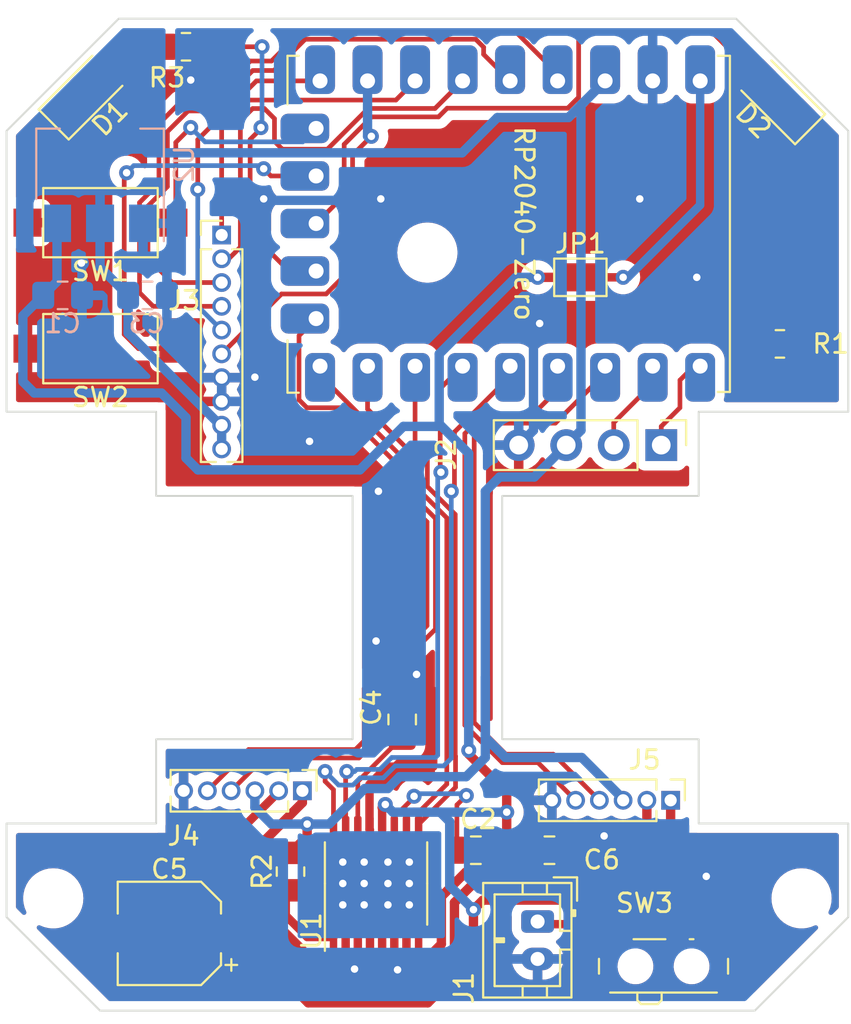
<source format=kicad_pcb>
(kicad_pcb (version 20211014) (generator pcbnew)
  (layers (0 "F.Cu" signal) (31 "B.Cu" signal) (34 "B.Paste" user) (35 "F.Paste" user) (36 "B.SilkS" user "B.Silkscreen") (37 "F.SilkS" user "F.Silkscreen") (38 "B.Mask" user) (39 "F.Mask" user) (44 "Edge.Cuts" user))
  (net 0 "")
  (net 1 "TX")
  (net 2 "RX")
  (net 3 "Net-(JP1-Pad2)")
  (net 4 "Net-(J4-Pad2)")
  (net 5 "Net-(J4-Pad1)")
  (net 6 "Net-(D2-Pad2)")
  (net 7 "Net-(D1-Pad2)")
  (net 8 "GP9")
  (net 9 "GP8")
  (net 10 "GP7")
  (net 11 "GP6")
  (net 12 "GP5")
  (net 13 "GP4")
  (net 14 "GP3")
  (net 15 "GP2")
  (net 16 "GP15")
  (net 17 "GP14")
  (net 18 "GP13")
  (net 19 "GP12")
  (net 20 "GP11")
  (net 21 "GP10")
  (net 22 "GND")
  (net 23 "A3")
  (net 24 "A2")
  (net 25 "A1")
  (net 26 "A0")
  (net 27 "+BATT")
  (net 28 "+3V3")
  (net 29 "Net-(J5-Pad1)")
  (net 30 "Net-(C2-Pad2)")
  (net 31 "Net-(C4-Pad2)")
  (net 32 "Net-(R2-Pad2)")
  (net 35 "Net-(U1-Pad7)")
  (net 36 "Net-(J1-Pad1)")
  (net 37 "HeatsinkVias")
  (footprint "Button_Switch_SMD:SW_SPST_CK_RS282G05A3" (layer "F.Cu") (at 112.522 88.9 180)
    (fp_text reference "SW1")
    (fp_text value "SW_Push")
  )
  (footprint "LED_SMD:LED_1206_3216Metric_Pad1.42x1.75mm_HandSolder" (layer "F.Cu") (at 148.717 82.169 135)
    (fp_text reference "D2")
    (fp_text value "LED")
  )
  (footprint "Connector_PinHeader_1.27mm:PinHeader_1x10_P1.27mm_Vertical" (layer "F.Cu") (at 119 89.56)
    (fp_text reference "J3")
    (fp_text value "Sensors")
  )
  (footprint "Capacitor_SMD:C_0805_2012Metric_Pad1.18x1.45mm_HandSolder" (layer "F.Cu") (at 136.525 122.428)
    (fp_text reference "C6")
    (fp_text value "100nF")
  )
  (footprint "Resistor_SMD:R_0805_2012Metric_Pad1.20x1.40mm_HandSolder" (layer "F.Cu") (at 122.682 123.571 -90)
    (fp_text reference "R2")
    (fp_text value "20k")
  )
  (footprint "MountingHole:MountingHole_2.2mm_M2" (layer "F.Cu") (at 130 90.5)
    (fp_text reference "REFH1" hide)
    (fp_text value "MountingHole_2.2mm_M2" hide)
  )
  (footprint "Button_Switch_SMD:SW_SPST_CK_RS282G05A3" (layer "F.Cu") (at 112.522 95.631 180)
    (fp_text reference "SW2")
    (fp_text value "SW_Push")
  )
  (footprint "MountingHole:MountingHole_2.2mm_M2" (layer "F.Cu") (at 150 125)
    (fp_text reference "REFH3" hide)
    (fp_text value "MountingHole_2.2mm_M2" hide)
  )
  (footprint "Connector_PinHeader_2.54mm:PinHeader_1x04_P2.54mm_Vertical" (layer "F.Cu") (at 142.5 100.785 -90)
    (fp_text reference "J2")
    (fp_text value "Serial")
  )
  (footprint "RP2040-Zero-Kicad:RP2040-Zero" (layer "F.Cu") (at 121.72 78.785 -90)
    (fp_text reference "RZ1")
    (fp_text value "RP2040-Zero")
  )
  (footprint "Package_SO:TSSOP-16_4.4x5mm_P0.65mm" (layer "F.Cu") (at 127.254 124.206 90)
    (fp_text reference "U1")
    (fp_text value "DRV8833PW")
  )
  (footprint "Connector_PinHeader_1.27mm:PinHeader_1x06_P1.27mm_Vertical" (layer "F.Cu") (at 123.317 119.253 -90)
    (fp_text reference "J4")
    (fp_text value "MotorA")
  )
  (footprint "Capacitor_SMD:C_0805_2012Metric_Pad1.18x1.45mm_HandSolder" (layer "F.Cu") (at 128.651 115.443 -90)
    (fp_text reference "C4")
    (fp_text value "2.2uF")
  )
  (footprint "Connector_PinHeader_1.27mm:PinHeader_1x06_P1.27mm_Vertical" (layer "F.Cu") (at 143.002 119.761 -90)
    (fp_text reference "J5")
    (fp_text value "MotorB")
  )
  (footprint "Capacitor_SMD:C_0805_2012Metric_Pad1.18x1.45mm_HandSolder" (layer "F.Cu") (at 132.588 122.428 180)
    (fp_text reference "C2")
    (fp_text value "10nF")
  )
  (footprint "Capacitor_SMD:CP_Elec_5x3.9" (layer "F.Cu") (at 116.205 126.873 180)
    (fp_text reference "C5")
    (fp_text value "22uF")
  )
  (footprint "Jumper:SolderJumper-2_P1.3mm_Open_Pad1.0x1.5mm" (layer "F.Cu") (at 138.176 91.821)
    (fp_text reference "JP1")
    (fp_text value "Bat-Direct")
  )
  (footprint "Resistor_SMD:R_0805_2012Metric_Pad1.20x1.40mm_HandSolder" (layer "F.Cu") (at 148.844 95.377)
    (fp_text reference "R1")
    (fp_text value "220R")
  )
  (footprint "Connector_JST:JST_PH_B2B-PH-K_1x02_P2.00mm_Vertical" (layer "F.Cu") (at 135.89 126.238 -90)
    (fp_text reference "J1")
    (fp_text value "Power")
  )
  (footprint "Resistor_SMD:R_0805_2012Metric_Pad1.20x1.40mm_HandSolder" (layer "F.Cu") (at 117.094 79.502 180)
    (fp_text reference "R3")
    (fp_text value "220R")
  )
  (footprint "Button_Switch_SMD:SW_SPDT_PCM12" (layer "F.Cu") (at 142.621 128.303)
    (fp_text reference "SW3")
    (fp_text value "ON-OFF")
  )
  (footprint "LED_SMD:LED_1206_3216Metric_Pad1.42x1.75mm_HandSolder" (layer "F.Cu") (at 111.76 81.915 45)
    (fp_text reference "D1")
    (fp_text value "LED")
  )
  (footprint "Capacitor_SMD:C_0805_2012Metric_Pad1.18x1.45mm_HandSolder" (layer "B.Cu") (at 115.0375 92.785)
    (fp_text reference "C3")
    (fp_text value "4.7uF")
  )
  (footprint "Package_TO_SOT_SMD:SOT-223-3_TabPin2" (layer "B.Cu") (at 112.5 85.785 90)
    (fp_text reference "U2")
    (fp_text value "AP1117-33")
  )
  (footprint "Capacitor_SMD:C_0805_2012Metric_Pad1.18x1.45mm_HandSolder" (layer "B.Cu") (at 110.5 92.785)
    (fp_text reference "C1")
    (fp_text value "4.7uF")
  )
  (footprint "MountingHole:MountingHole_2.2mm_M2" (layer "B.Cu") (at 110 125 180)
    (fp_text reference "REFH2" hide)
    (fp_text value "MountingHole_2.2mm_M2" hide)
  )
  (gr_poly locked (pts (xy 144.5 121) (xy 144.5 116.5) (xy 134 116.5) (xy 134 103.5) (xy 144.5 103.5) (xy 144.5 99) (xy 152.5 99) (xy 152.5 84) (xy 146.5 78) (xy 113.5 78) (xy 107.5 84) (xy 107.5 99) (xy 115.5 99) (xy 115.5 103.5) (xy 126 103.5) (xy 126 116.5) (xy 115.5 116.5) (xy 115.5 121) (xy 107.5 121) (xy 107.5 126) (xy 112.5 131) (xy 147.5 131) (xy 152.5 126) (xy 152.5 121)) (layer "Edge.Cuts") (width 0.1) (fill none))
  (segment (start 143.5 98.785) (end 142.5 99.785) (width 0.25) (layer "F.Cu") (net 1))
  (segment (start 144.249626 96.565) (end 143.5 97.314626) (width 0.25) (layer "F.Cu") (net 1))
  (segment (start 144.58 96.565) (end 144.249626 96.565) (width 0.25) (layer "F.Cu") (net 1))
  (segment (start 143.5 97.314626) (end 143.5 98.785) (width 0.25) (layer "F.Cu") (net 1))
  (segment (start 142.5 99.785) (end 142.5 100.785) (width 0.25) (layer "F.Cu") (net 1))
  (segment (start 142.04 97.505) (end 139.96 99.585) (width 0.25) (layer "F.Cu") (net 2))
  (segment (start 139.96 99.585) (end 139.96 100.785) (width 0.25) (layer "F.Cu") (net 2))
  (segment (start 142.04 96.565) (end 142.04 97.505) (width 0.25) (layer "F.Cu") (net 2))
  (segment (start 140.462 91.821) (end 138.826 91.821) (width 0.45) (layer "F.Cu") (net 3))
  (via (at 140.462 91.821) (size 0.8) (drill 0.4) (layers "F.Cu" "B.Cu") (net 3))
  (segment (start 140.716 91.821) (end 144.58 87.957) (width 0.45) (layer "B.Cu") (net 3))
  (segment (start 140.462 91.821) (end 140.716 91.821) (width 0.45) (layer "B.Cu") (net 3))
  (segment (start 144.58 87.957) (end 144.58 81.325) (width 0.45) (layer "B.Cu") (net 3))
  (segment (start 126.929 127.0685) (end 126.929 129.276747) (width 0.45) (layer "F.Cu") (net 4))
  (segment (start 124.455422 129.855016) (end 120.356 125.755594) (width 0.45) (layer "F.Cu") (net 4))
  (segment (start 120.356 121.002001) (end 122.047 119.311001) (width 0.45) (layer "F.Cu") (net 4))
  (segment (start 122.047 119.311001) (end 122.047 119.253) (width 0.45) (layer "F.Cu") (net 4))
  (segment (start 120.356 125.755594) (end 120.356 121.002001) (width 0.45) (layer "F.Cu") (net 4))
  (segment (start 126.929 129.276747) (end 126.350731 129.855016) (width 0.45) (layer "F.Cu") (net 4))
  (segment (start 126.350731 129.855016) (end 124.455422 129.855016) (width 0.45) (layer "F.Cu") (net 4))
  (segment (start 125.629 127.898462) (end 125.629 127.0685) (width 0.45) (layer "F.Cu") (net 5))
  (segment (start 124.714 128.397) (end 125.130462 128.397) (width 0.45) (layer "F.Cu") (net 5))
  (segment (start 121.031 122.174) (end 123.317 119.888) (width 0.5) (layer "F.Cu") (net 5))
  (segment (start 121.031 125.476) (end 121.031 122.174) (width 0.5) (layer "F.Cu") (net 5))
  (segment (start 123.952 128.397) (end 121.031 125.476) (width 0.5) (layer "F.Cu") (net 5))
  (segment (start 124.714 128.397) (end 123.952 128.397) (width 0.5) (layer "F.Cu") (net 5))
  (segment (start 125.130462 128.397) (end 125.629 127.898462) (width 0.45) (layer "F.Cu") (net 5))
  (segment (start 123.317 119.888) (end 123.317 119.253) (width 0.5) (layer "F.Cu") (net 5))
  (segment (start 149.768821 95.301821) (end 149.768821 87.411821) (width 0.25) (layer "F.Cu") (net 6))
  (segment (start 149.844 95.377) (end 149.768821 95.301821) (width 0.25) (layer "F.Cu") (net 6))
  (segment (start 147.665179 85.308179) (end 147.665179 81.117179) (width 0.25) (layer "F.Cu") (net 6))
  (segment (start 149.768821 87.411821) (end 147.665179 85.308179) (width 0.25) (layer "F.Cu") (net 6))
  (segment (start 112.811821 80.863179) (end 114.173 79.502) (width 0.25) (layer "F.Cu") (net 7))
  (segment (start 114.173 79.502) (end 116.094 79.502) (width 0.25) (layer "F.Cu") (net 7))
  (segment (start 129.979 110.432) (end 129.979 104.888993) (width 0.25) (layer "F.Cu") (net 8))
  (segment (start 128.6455 103.555493) (end 128.6455 102.066218) (width 0.25) (layer "F.Cu") (net 8))
  (segment (start 123.559824 98.78952) (end 123.13538 98.365076) (width 0.25) (layer "F.Cu") (net 8))
  (segment (start 123.13538 94.93962) (end 124.05 94.025) (width 0.25) (layer "F.Cu") (net 8))
  (segment (start 126.619 113.792) (end 129.979 110.432) (width 0.25) (layer "F.Cu") (net 8))
  (segment (start 120.44 117.05) (end 126.153604 117.05) (width 0.25) (layer "F.Cu") (net 8))
  (segment (start 126.153604 117.05) (end 126.619 116.584604) (width 0.25) (layer "F.Cu") (net 8))
  (segment (start 129.979 104.888993) (end 128.6455 103.555493) (width 0.25) (layer "F.Cu") (net 8))
  (segment (start 125.368802 98.78952) (end 123.559824 98.78952) (width 0.25) (layer "F.Cu") (net 8))
  (segment (start 128.6455 102.066218) (end 125.368802 98.78952) (width 0.25) (layer "F.Cu") (net 8))
  (segment (start 123.13538 98.365076) (end 123.13538 94.93962) (width 0.25) (layer "F.Cu") (net 8))
  (segment (start 118.237 119.253) (end 120.44 117.05) (width 0.25) (layer "F.Cu") (net 8))
  (segment (start 126.619 116.584604) (end 126.619 113.792) (width 0.25) (layer "F.Cu") (net 8))
  (segment (start 127.127 113.920396) (end 127.127 116.713) (width 0.25) (layer "F.Cu") (net 9))
  (segment (start 130.429 110.618396) (end 127.127 113.920396) (width 0.25) (layer "F.Cu") (net 9))
  (segment (start 129.0955 101.879822) (end 129.0955 103.369097) (width 0.25) (layer "F.Cu") (net 9))
  (segment (start 126.34 117.5) (end 121.26 117.5) (width 0.25) (layer "F.Cu") (net 9))
  (segment (start 128.831896 101.616218) (end 129.0955 101.879822) (width 0.25) (layer "F.Cu") (net 9))
  (segment (start 124.26 96.565) (end 124.26 97.045) (width 0.25) (layer "F.Cu") (net 9))
  (segment (start 128.831218 101.616218) (end 128.831896 101.616218) (width 0.25) (layer "F.Cu") (net 9))
  (segment (start 124.26 97.045) (end 128.831218 101.616218) (width 0.25) (layer "F.Cu") (net 9))
  (segment (start 130.429 104.702597) (end 130.429 110.618396) (width 0.25) (layer "F.Cu") (net 9))
  (segment (start 129.0955 103.369097) (end 130.429 104.702597) (width 0.25) (layer "F.Cu") (net 9))
  (segment (start 127.127 116.713) (end 126.34 117.5) (width 0.25) (layer "F.Cu") (net 9))
  (segment (start 121.26 117.5) (end 119.507 119.253) (width 0.25) (layer "F.Cu") (net 9))
  (segment (start 131.036299 118.898305) (end 129.653604 120.281) (width 0.25) (layer "F.Cu") (net 10))
  (segment (start 129.5455 101.6055) (end 129.5455 103.182701) (width 0.25) (layer "F.Cu") (net 10))
  (segment (start 129.653604 120.281) (end 129.252959 120.281) (width 0.25) (layer "F.Cu") (net 10))
  (segment (start 129.252959 120.281) (end 128.879 120.654959) (width 0.25) (layer "F.Cu") (net 10))
  (segment (start 126.8 96.565) (end 126.8 98.86) (width 0.25) (layer "F.Cu") (net 10))
  (segment (start 126.8 98.86) (end 129.5455 101.6055) (width 0.25) (layer "F.Cu") (net 10))
  (segment (start 128.879 120.654959) (end 128.879 121.3435) (width 0.25) (layer "F.Cu") (net 10))
  (segment (start 129.5455 103.182701) (end 131.036299 104.6735) (width 0.25) (layer "F.Cu") (net 10))
  (segment (start 131.036299 104.6735) (end 131.036299 118.898305) (width 0.25) (layer "F.Cu") (net 10))
  (segment (start 131.486299 117.3893) (end 131.502781 117.405782) (width 0.25) (layer "F.Cu") (net 11))
  (segment (start 131.502781 117.405782) (end 131.502781 119.068219) (width 0.25) (layer "F.Cu") (net 11))
  (segment (start 129.529 121.042) (end 129.529 121.3435) (width 0.25) (layer "F.Cu") (net 11))
  (segment (start 131.502781 119.068219) (end 129.529 121.042) (width 0.25) (layer "F.Cu") (net 11))
  (segment (start 129.34 100.763604) (end 129.9955 101.419104) (width 0.25) (layer "F.Cu") (net 11))
  (segment (start 131.486299 104.487104) (end 131.486299 117.3893) (width 0.25) (layer "F.Cu") (net 11))
  (segment (start 129.34 96.565) (end 129.34 100.763604) (width 0.25) (layer "F.Cu") (net 11))
  (segment (start 129.9955 102.996305) (end 131.486299 104.487104) (width 0.25) (layer "F.Cu") (net 11))
  (segment (start 129.9955 101.419104) (end 129.9955 102.996305) (width 0.25) (layer "F.Cu") (net 11))
  (segment (start 130.683 97.762) (end 131.88 96.565) (width 0.25) (layer "F.Cu") (net 12))
  (segment (start 130.7205 102.235) (end 130.683 102.1975) (width 0.25) (layer "F.Cu") (net 12))
  (segment (start 130.683 102.1975) (end 130.683 97.762) (width 0.25) (layer "F.Cu") (net 12))
  (segment (start 125.689397 118.225) (end 125.629 118.285397) (width 0.25) (layer "F.Cu") (net 12))
  (segment (start 125.629 118.285397) (end 125.629 121.3435) (width 0.25) (layer "F.Cu") (net 12))
  (via (at 130.7205 102.235) (size 0.8) (drill 0.4) (layers "F.Cu" "B.Cu") (net 12))
  (via (at 125.689397 118.225) (size 0.8) (drill 0.4) (layers "F.Cu" "B.Cu") (net 12))
  (segment (start 125.689397 118.225) (end 126.105287 118.225) (width 0.25) (layer "B.Cu") (net 12))
  (segment (start 130.429 117.475) (end 130.5505 117.3535) (width 0.25) (layer "B.Cu") (net 12))
  (segment (start 126.219207 118.11108) (end 127.454352 118.11108) (width 0.25) (layer "B.Cu") (net 12))
  (segment (start 130.5505 102.405) (end 130.7205 102.235) (width 0.25) (layer "B.Cu") (net 12))
  (segment (start 126.105287 118.225) (end 126.219207 118.11108) (width 0.25) (layer "B.Cu") (net 12))
  (segment (start 128.090432 117.475) (end 130.429 117.475) (width 0.25) (layer "B.Cu") (net 12))
  (segment (start 127.454352 118.11108) (end 128.090432 117.475) (width 0.25) (layer "B.Cu") (net 12))
  (segment (start 130.5505 117.3535) (end 130.5505 102.405) (width 0.25) (layer "B.Cu") (net 12))
  (segment (start 131.4455 103.081) (end 131.4455 100.087056) (width 0.25) (layer "F.Cu") (net 13))
  (segment (start 124.530414 118.747587) (end 124.979 119.196173) (width 0.25) (layer "F.Cu") (net 13))
  (segment (start 131.4455 100.087056) (end 134.42 97.112556) (width 0.25) (layer "F.Cu") (net 13))
  (segment (start 124.979 119.196173) (end 124.979 121.3435) (width 0.25) (layer "F.Cu") (net 13))
  (segment (start 134.42 97.112556) (end 134.42 96.565) (width 0.25) (layer "F.Cu") (net 13))
  (segment (start 124.530414 118.2245) (end 124.530414 118.747587) (width 0.25) (layer "F.Cu") (net 13))
  (segment (start 131.2755 103.251) (end 131.4455 103.081) (width 0.25) (layer "F.Cu") (net 13))
  (via (at 124.530414 118.2245) (size 0.8) (drill 0.4) (layers "F.Cu" "B.Cu") (net 13))
  (via (at 131.2755 103.251) (size 0.8) (drill 0.4) (layers "F.Cu" "B.Cu") (net 13))
  (segment (start 124.530414 118.2245) (end 125.255414 118.9495) (width 0.25) (layer "B.Cu") (net 13))
  (segment (start 131.2755 117.5175) (end 131.2755 103.251) (width 0.25) (layer "B.Cu") (net 13))
  (segment (start 128.276828 117.925) (end 130.868 117.925) (width 0.25) (layer "B.Cu") (net 13))
  (segment (start 127.640748 118.56108) (end 128.276828 117.925) (width 0.25) (layer "B.Cu") (net 13))
  (segment (start 130.868 117.925) (end 131.2755 117.5175) (width 0.25) (layer "B.Cu") (net 13))
  (segment (start 126.405603 118.56108) (end 127.640748 118.56108) (width 0.25) (layer "B.Cu") (net 13))
  (segment (start 126.017183 118.9495) (end 126.405603 118.56108) (width 0.25) (layer "B.Cu") (net 13))
  (segment (start 125.255414 118.9495) (end 126.017183 118.9495) (width 0.25) (layer "B.Cu") (net 13))
  (segment (start 132 115.745396) (end 134.004604 117.75) (width 0.25) (layer "F.Cu") (net 14))
  (segment (start 134.004604 117.75) (end 135.911 117.75) (width 0.25) (layer "F.Cu") (net 14))
  (segment (start 135.624031 99.160969) (end 133.007303 99.160969) (width 0.25) (layer "F.Cu") (net 14))
  (segment (start 132 100.168272) (end 132 115.745396) (width 0.25) (layer "F.Cu") (net 14))
  (segment (start 133.007303 99.160969) (end 132 100.168272) (width 0.25) (layer "F.Cu") (net 14))
  (segment (start 136.96 96.565) (end 136.96 97.825) (width 0.25) (layer "F.Cu") (net 14))
  (segment (start 135.911 117.75) (end 137.922 119.761) (width 0.25) (layer "F.Cu") (net 14))
  (segment (start 136.96 97.825) (end 135.624031 99.160969) (width 0.25) (layer "F.Cu") (net 14))
  (segment (start 132.5 114.999999) (end 132.5 115.609) (width 0.25) (layer "F.Cu") (net 15))
  (segment (start 139.5 96.949626) (end 139.5 96.565) (width 0.25) (layer "F.Cu") (net 15))
  (segment (start 132.5 100.30399) (end 133.193501 99.610489) (width 0.25) (layer "F.Cu") (net 15))
  (segment (start 136.839137 99.610489) (end 139.5 96.949626) (width 0.25) (layer "F.Cu") (net 15))
  (segment (start 132.5 115) (end 132.5 100.30399) (width 0.25) (layer "F.Cu") (net 15))
  (segment (start 133.193501 99.610489) (end 136.839137 99.610489) (width 0.25) (layer "F.Cu") (net 15))
  (segment (start 132.5 115.609) (end 134.191 117.3) (width 0.25) (layer "F.Cu") (net 15))
  (segment (start 134.191 117.3) (end 136.731 117.3) (width 0.25) (layer "F.Cu") (net 15))
  (segment (start 136.731 117.3) (end 139.192 119.761) (width 0.25) (layer "F.Cu") (net 15))
  (segment (start 126 85.291034) (end 126 91.297) (width 0.25) (layer "F.Cu") (net 16))
  (segment (start 124.587 92.71) (end 122.2 92.71) (width 0.25) (layer "F.Cu") (net 16))
  (segment (start 126 91.297) (end 124.587 92.71) (width 0.25) (layer "F.Cu") (net 16))
  (segment (start 127.003017 84.288017) (end 126 85.291034) (width 0.25) (layer "F.Cu") (net 16))
  (segment (start 122.2 92.71) (end 119 95.91) (width 0.25) (layer "F.Cu") (net 16))
  (via (at 127.003017 84.288017) (size 0.8) (drill 0.4) (layers "F.Cu" "B.Cu") (net 16))
  (segment (start 127 84.285) (end 127.003017 84.288017) (width 0.5) (layer "B.Cu") (net 16))
  (segment (start 126.8 84.285) (end 127 84.285) (width 0.5) (layer "B.Cu") (net 16))
  (segment (start 126.8 81.325) (end 126.8 84.285) (width 0.5) (layer "B.Cu") (net 16))
  (segment (start 120.861792 81.325) (end 124.26 81.325) (width 0.25) (layer "F.Cu") (net 17))
  (segment (start 117.7245 84.462292) (end 120.861792 81.325) (width 0.25) (layer "F.Cu") (net 17))
  (segment (start 117.7245 87.122) (end 117.7245 84.462292) (width 0.25) (layer "F.Cu") (net 17))
  (via (at 117.7245 87.122) (size 0.8) (drill 0.4) (layers "F.Cu" "B.Cu") (net 17))
  (segment (start 117.7245 93.3645) (end 119 94.64) (width 0.25) (layer "B.Cu") (net 17))
  (segment (start 117.7245 87.122) (end 117.7245 93.3645) (width 0.25) (layer "B.Cu") (net 17))
  (segment (start 117.345097 83.817097) (end 116.549 84.613194) (width 0.25) (layer "F.Cu") (net 18))
  (segment (start 116.549 88.773) (end 116.422 88.9) (width 0.25) (layer "F.Cu") (net 18))
  (segment (start 116.549 84.613194) (end 116.549 88.773) (width 0.25) (layer "F.Cu") (net 18))
  (via (at 117.345097 83.817097) (size 0.8) (drill 0.4) (layers "F.Cu" "B.Cu") (net 18))
  (segment (start 118.11 84.582) (end 123.333 84.582) (width 0.25) (layer "B.Cu") (net 18))
  (segment (start 117.345097 83.817097) (end 118.11 84.582) (width 0.25) (layer "B.Cu") (net 18))
  (segment (start 123.333 84.582) (end 124.05 83.865) (width 0.25) (layer "B.Cu") (net 18))
  (segment (start 121.63492 86.405) (end 124.05 86.405) (width 0.25) (layer "F.Cu") (net 19))
  (segment (start 113.792 86.36) (end 113.792 94.869) (width 0.25) (layer "F.Cu") (net 19))
  (segment (start 114.554 95.631) (end 116.422 95.631) (width 0.25) (layer "F.Cu") (net 19))
  (segment (start 113.919 86.233) (end 113.792 86.36) (width 0.25) (layer "F.Cu") (net 19))
  (segment (start 113.792 94.869) (end 114.554 95.631) (width 0.25) (layer "F.Cu") (net 19))
  (segment (start 121.2475 86.01758) (end 121.63492 86.405) (width 0.25) (layer "F.Cu") (net 19))
  (via (at 113.919 86.233) (size 0.8) (drill 0.4) (layers "F.Cu" "B.Cu") (net 19))
  (via (at 121.2475 86.01758) (size 0.8) (drill 0.4) (layers "F.Cu" "B.Cu") (net 19))
  (segment (start 114.3 85.852) (end 121.08192 85.852) (width 0.25) (layer "B.Cu") (net 19))
  (segment (start 121.08192 85.852) (end 121.2475 86.01758) (width 0.25) (layer "B.Cu") (net 19))
  (segment (start 113.919 86.233) (end 114.3 85.852) (width 0.25) (layer "B.Cu") (net 19))
  (segment (start 137.5 82.785) (end 131.055717 82.785) (width 0.25) (layer "F.Cu") (net 20))
  (segment (start 146.05 79.55) (end 145.285 78.785) (width 0.25) (layer "F.Cu") (net 20))
  (segment (start 130.592157 83.24856) (end 127.017874 83.24856) (width 0.25) (layer "F.Cu") (net 20))
  (segment (start 147.066 82.296) (end 146.05 81.28) (width 0.25) (layer "F.Cu") (net 20))
  (segment (start 149.225 87.504396) (end 147.066 85.345396) (width 0.25) (layer "F.Cu") (net 20))
  (segment (start 146.05 81.28) (end 146.05 79.55) (width 0.25) (layer "F.Cu") (net 20))
  (segment (start 145.285 78.785) (end 138.5 78.785) (width 0.25) (layer "F.Cu") (net 20))
  (segment (start 138.08462 79.20038) (end 138.08462 82.20038) (width 0.25) (layer "F.Cu") (net 20))
  (segment (start 125.55 84.716434) (end 125.55 87.445) (width 0.25) (layer "F.Cu") (net 20))
  (segment (start 149.225 93.996) (end 149.225 87.504396) (width 0.25) (layer "F.Cu") (net 20))
  (segment (start 138.5 78.785) (end 138.08462 79.20038) (width 0.25) (layer "F.Cu") (net 20))
  (segment (start 147.844 95.377) (end 149.225 93.996) (width 0.25) (layer "F.Cu") (net 20))
  (segment (start 131.055717 82.785) (end 130.592157 83.24856) (width 0.25) (layer "F.Cu") (net 20))
  (segment (start 138.08462 82.20038) (end 137.5 82.785) (width 0.25) (layer "F.Cu") (net 20))
  (segment (start 127.017874 83.24856) (end 125.55 84.716434) (width 0.25) (layer "F.Cu") (net 20))
  (segment (start 147.066 85.345396) (end 147.066 82.296) (width 0.25) (layer "F.Cu") (net 20))
  (segment (start 125.55 87.445) (end 124.05 88.945) (width 0.25) (layer "F.Cu") (net 20))
  (segment (start 122.8 91.485) (end 124.05 91.485) (width 0.25) (layer "F.Cu") (net 21))
  (segment (start 120.523 84.455) (end 120.523 89.408) (width 0.25) (layer "F.Cu") (net 21))
  (segment (start 121.1005 83.82) (end 121.1005 83.8775) (width 0.25) (layer "F.Cu") (net 21))
  (segment (start 120.523 89.408) (end 122.6 91.485) (width 0.25) (layer "F.Cu") (net 21))
  (segment (start 122.6 91.485) (end 124.05 91.485) (width 0.25) (layer "F.Cu") (net 21))
  (segment (start 121.1005 83.8775) (end 120.523 84.455) (width 0.25) (layer "F.Cu") (net 21))
  (segment (start 121.158 79.502) (end 118.094 79.502) (width 0.25) (layer "F.Cu") (net 21))
  (via (at 121.1005 83.82) (size 0.8) (drill 0.4) (layers "F.Cu" "B.Cu") (net 21))
  (via (at 121.158 79.502) (size 0.8) (drill 0.4) (layers "F.Cu" "B.Cu") (net 21))
  (segment (start 121.158 83.7625) (end 121.158 79.502) (width 0.25) (layer "B.Cu") (net 21))
  (segment (start 121.1005 83.82) (end 121.158 83.7625) (width 0.25) (layer "B.Cu") (net 21))
  (segment (start 128.4035 128.8175) (end 128.229 128.643) (width 0.45) (layer "F.Cu") (net 22))
  (segment (start 126.904 118.911211) (end 126.904 121.3185) (width 0.45) (layer "F.Cu") (net 22))
  (segment (start 114.005 126.406) (end 114.005 126.873) (width 0.5) (layer "F.Cu") (net 22))
  (segment (start 128.229 128.643) (end 128.229 127.0685) (width 0.45) (layer "F.Cu") (net 22))
  (segment (start 126.279 128.6035) (end 126.279 127.0685) (width 0.45) (layer "F.Cu") (net 22))
  (segment (start 114.3 126.111) (end 114.005 126.406) (width 0.5) (layer "F.Cu") (net 22))
  (segment (start 126.1045 128.778) (end 126.279 128.6035) (width 0.45) (layer "F.Cu") (net 22))
  (segment (start 126.904 121.3185) (end 126.929 121.3435) (width 0.45) (layer "F.Cu") (net 22))
  (segment (start 129.417997 113.034997) (end 130.309 113.926) (width 0.45) (layer "F.Cu") (net 22))
  (segment (start 130.309 113.926) (end 130.309 117.9635) (width 0.45) (layer "F.Cu") (net 22))
  (segment (start 130.309 117.9635) (end 127.851711 117.9635) (width 0.45) (layer "F.Cu") (net 22))
  (segment (start 127.851711 117.9635) (end 126.904 118.911211) (width 0.45) (layer "F.Cu") (net 22))
  (via (at 120.777 97.155) (size 0.8) (drill 0.4) (layers "F.Cu" "B.Cu") (net 22))
  (via (at 121.2475 87.63) (size 0.8) (drill 0.4) (layers "F.Cu" "B.Cu") (net 22))
  (via (at 111.506 91.059) (size 0.8) (drill 0.4) (layers "F.Cu" "B.Cu") (net 22))
  (via (at 139.446 121.666) (size 0.8) (drill 0.4) (layers "F.Cu" "B.Cu") (net 22))
  (via (at 127.508 87.63) (size 0.8) (drill 0.4) (layers "F.Cu" "B.Cu") (net 22))
  (via (at 117.348 81.28) (size 0.8) (drill 0.4) (layers "F.Cu" "B.Cu") (net 22))
  (via (at 136 94.285) (size 0.8) (drill 0.4) (layers "F.Cu" "B.Cu") (net 22))
  (via (at 128.4035 128.8175) (size 0.8) (drill 0.4) (layers "F.Cu" "B.Cu") (net 22))
  (via (at 126.1045 128.778) (size 0.8) (drill 0.4) (layers "F.Cu" "B.Cu") (net 22))
  (via (at 127.381 103.251) (size 0.8) (drill 0.4) (layers "F.Cu" "B.Cu") (net 22))
  (via (at 129.417997 113.034997) (size 0.8) (drill 0.4) (layers "F.Cu" "B.Cu") (net 22))
  (via (at 127.254 111.252) (size 0.8) (drill 0.4) (layers "F.Cu" "B.Cu") (net 22))
  (via (at 123.698 100.584) (size 0.8) (drill 0.4) (layers "F.Cu" "B.Cu") (net 22))
  (via (at 141.351 87.63) (size 0.8) (drill 0.4) (layers "F.Cu" "B.Cu") (net 22))
  (via (at 144.907 123.825) (size 0.8) (drill 0.4) (layers "F.Cu" "B.Cu") (net 22))
  (via (at 144.399 91.821) (size 0.8) (drill 0.4) (layers "F.Cu" "B.Cu") (net 22))
  (segment (start 135.66952 99.99548) (end 134.88 100.785) (width 0.5) (layer "B.Cu") (net 22))
  (segment (start 126.144 128.8175) (end 128.4035 128.8175) (width 0.45) (layer "B.Cu") (net 22))
  (segment (start 126.1045 128.778) (end 126.144 128.8175) (width 0.45) (layer "B.Cu") (net 22))
  (segment (start 136 94.285) (end 135.66952 94.61548) (width 0.5) (layer "B.Cu") (net 22))
  (segment (start 127.508 87.63) (end 127.42992 87.70808) (width 0.5) (layer "B.Cu") (net 22))
  (segment (start 135.66952 94.61548) (end 135.66952 99.99548) (width 0.5) (layer "B.Cu") (net 22))
  (segment (start 127.42992 87.70808) (end 121.32558 87.70808) (width 0.5) (layer "B.Cu") (net 22))
  (segment (start 121.32558 87.70808) (end 121.2475 87.63) (width 0.5) (layer "B.Cu") (net 22))
  (segment (start 115.649 83.614) (end 115.649 86.787604) (width 0.25) (layer "F.Cu") (net 23))
  (segment (start 136.96 81.325) (end 136.96 80.940304) (width 0.25) (layer "F.Cu") (net 23))
  (segment (start 120.532305 80.264) (end 118.315305 82.481) (width 0.25) (layer "F.Cu") (net 23))
  (segment (start 136.96 80.940304) (end 134.670176 78.65048) (width 0.25) (layer "F.Cu") (net 23))
  (segment (start 114.612 87.824604) (end 114.612 92.641) (width 0.25) (layer "F.Cu") (net 23))
  (segment (start 114.612 92.641) (end 115.341 93.37) (width 0.25) (layer "F.Cu") (net 23))
  (segment (start 134.670176 78.65048) (end 123.278124 78.65048) (width 0.25) (layer "F.Cu") (net 23))
  (segment (start 116.782 82.481) (end 115.649 83.614) (width 0.25) (layer "F.Cu") (net 23))
  (segment (start 115.341 93.37) (end 119 93.37) (width 0.25) (layer "F.Cu") (net 23))
  (segment (start 121.664604 80.264) (end 120.532305 80.264) (width 0.25) (layer "F.Cu") (net 23))
  (segment (start 123.278124 78.65048) (end 121.664604 80.264) (width 0.25) (layer "F.Cu") (net 23))
  (segment (start 118.315305 82.481) (end 116.782 82.481) (width 0.25) (layer "F.Cu") (net 23))
  (segment (start 115.649 86.787604) (end 114.612 87.824604) (width 0.25) (layer "F.Cu") (net 23))
  (segment (start 120.660701 80.772) (end 118.501701 82.931) (width 0.25) (layer "F.Cu") (net 24))
  (segment (start 116.099 84.037889) (end 116.099 86.974) (width 0.25) (layer "F.Cu") (net 24))
  (segment (start 133.00462 79.524924) (end 132.580176 79.10048) (width 0.25) (layer "F.Cu") (net 24))
  (segment (start 117.205889 82.931) (end 116.099 84.037889) (width 0.25) (layer "F.Cu") (net 24))
  (segment (start 133.00462 79.90962) (end 133.00462 79.524924) (width 0.25) (layer "F.Cu") (net 24))
  (segment (start 115.062 90.805) (end 116.357 92.1) (width 0.25) (layer "F.Cu") (net 24))
  (segment (start 132.580176 79.10048) (end 123.46452 79.10048) (width 0.25) (layer "F.Cu") (net 24))
  (segment (start 121.793 80.772) (end 120.660701 80.772) (width 0.25) (layer "F.Cu") (net 24))
  (segment (start 118.501701 82.931) (end 117.205889 82.931) (width 0.25) (layer "F.Cu") (net 24))
  (segment (start 115.062 88.011) (end 115.062 90.805) (width 0.25) (layer "F.Cu") (net 24))
  (segment (start 134.42 81.325) (end 133.00462 79.90962) (width 0.25) (layer "F.Cu") (net 24))
  (segment (start 123.46452 79.10048) (end 121.793 80.772) (width 0.25) (layer "F.Cu") (net 24))
  (segment (start 116.357 92.1) (end 119 92.1) (width 0.25) (layer "F.Cu") (net 24))
  (segment (start 116.099 86.974) (end 115.062 88.011) (width 0.25) (layer "F.Cu") (net 24))
  (segment (start 120 90.209022) (end 119.379022 90.83) (width 0.25) (layer "F.Cu") (net 25))
  (segment (start 126.831676 82.79904) (end 124.653316 84.9774) (width 0.25) (layer "F.Cu") (net 25))
  (segment (start 130.40596 82.79904) (end 126.831676 82.79904) (width 0.25) (layer "F.Cu") (net 25))
  (segment (start 121.825 83.344) (end 121.285 82.804) (width 0.25) (layer "F.Cu") (net 25))
  (segment (start 120 83.459584) (end 120 90.209022) (width 0.25) (layer "F.Cu") (net 25))
  (segment (start 122.246005 84.9774) (end 121.825 84.556395) (width 0.25) (layer "F.Cu") (net 25))
  (segment (start 119.379022 90.83) (end 119 90.83) (width 0.25) (layer "F.Cu") (net 25))
  (segment (start 124.653316 84.9774) (end 122.246005 84.9774) (width 0.25) (layer "F.Cu") (net 25))
  (segment (start 121.285 82.804) (end 120.655584 82.804) (width 0.25) (layer "F.Cu") (net 25))
  (segment (start 121.825 84.556395) (end 121.825 83.344) (width 0.25) (layer "F.Cu") (net 25))
  (segment (start 120.655584 82.804) (end 120 83.459584) (width 0.25) (layer "F.Cu") (net 25))
  (segment (start 131.88 81.325) (end 130.40596 82.79904) (width 0.25) (layer "F.Cu") (net 25))
  (segment (start 120.473668 82.34952) (end 119 83.823188) (width 0.25) (layer "F.Cu") (net 26))
  (segment (start 119 83.823188) (end 119 89.56) (width 0.25) (layer "F.Cu") (net 26))
  (segment (start 129.34 81.325) (end 128.31548 82.34952) (width 0.25) (layer "F.Cu") (net 26))
  (segment (start 128.31548 82.34952) (end 120.473668 82.34952) (width 0.25) (layer "F.Cu") (net 26))
  (segment (start 132.969 125.095) (end 141.593 125.095) (width 0.5) (layer "F.Cu") (net 27))
  (segment (start 127.748395 119.98558) (end 127.579 120.154975) (width 0.5) (layer "F.Cu") (net 27))
  (segment (start 132.461 125.603) (end 132.461 128.143) (width 0.5) (layer "F.Cu") (net 27))
  (segment (start 132.461 128.143) (end 130.021 130.583) (width 0.5) (layer "F.Cu") (net 27))
  (segment (start 133.6255 122.428) (end 135.4875 122.428) (width 0.5) (layer "F.Cu") (net 27))
  (segment (start 134.239 119.328828) (end 132.211299 117.301127) (width 0.5) (layer "F.Cu") (net 27))
  (segment (start 119.916 126.873) (end 118.405 126.873) (width 0.5) (layer "F.Cu") (net 27))
  (segment (start 134.239 120.396) (end 134.239 121.8145) (width 0.5) (layer "F.Cu") (net 27))
  (segment (start 127.579 120.154975) (end 127.579 121.3435) (width 0.45) (layer "F.Cu") (net 27))
  (segment (start 141.593 125.095) (end 143.371 126.873) (width 0.5) (layer "F.Cu") (net 27))
  (segment (start 134.239 120.396) (end 134.239 119.328828) (width 0.5) (layer "F.Cu") (net 27))
  (segment (start 132.461 125.603) (end 132.969 125.095) (width 0.5) (layer "F.Cu") (net 27))
  (segment (start 130.021 130.583) (end 123.626 130.583) (width 0.5) (layer "F.Cu") (net 27))
  (segment (start 135.89 91.821) (end 137.526 91.821) (width 0.5) (layer "F.Cu") (net 27))
  (segment (start 132.211299 117.301127) (end 132.211299 117.089701) (width 0.5) (layer "F.Cu") (net 27))
  (segment (start 123.626 130.583) (end 119.916 126.873) (width 0.5) (layer "F.Cu") (net 27))
  (segment (start 134.239 121.8145) (end 133.6255 122.428) (width 0.5) (layer "F.Cu") (net 27))
  (via (at 134.239 120.396) (size 0.8) (drill 0.4) (layers "F.Cu" "B.Cu") (net 27))
  (via (at 132.461 125.603) (size 0.8) (drill 0.4) (layers "F.Cu" "B.Cu") (net 27))
  (via (at 127.748395 119.98558) (size 0.8) (drill 0.4) (layers "F.Cu" "B.Cu") (net 27))
  (via (at 135.89 91.821) (size 0.8) (drill 0.4) (layers "F.Cu" "B.Cu") (net 27))
  (via (at 132.211299 117.089701) (size 0.8) (drill 0.4) (layers "F.Cu" "B.Cu") (net 27))
  (segment (start 126.392 102.108) (end 117.729 102.108) (width 0.5) (layer "B.Cu") (net 27))
  (segment (start 134.722527 91.821) (end 130.63038 95.913147) (width 0.5) (layer "B.Cu") (net 27))
  (segment (start 132.211299 117.089701) (end 132.207 117.085402) (width 0.5) (layer "B.Cu") (net 27))
  (segment (start 132.207 117.085402) (end 132.207 101.23124) (width 0.5) (layer "B.Cu") (net 27))
  (segment (start 130.63038 99.65462) (end 130.5 99.785) (width 0.5) (layer "B.Cu") (net 27))
  (segment (start 130.5 99.785) (end 128.715 99.785) (width 0.5) (layer "B.Cu") (net 27))
  (segment (start 117.094 101.473) (end 117.094 99.314) (width 0.5) (layer "B.Cu") (net 27))
  (segment (start 108.375489 93.872011) (end 109.4625 92.785) (width 0.5) (layer "B.Cu") (net 27))
  (segment (start 117.094 99.314) (end 115.78 98) (width 0.5) (layer "B.Cu") (net 27))
  (segment (start 131.191 120.904) (end 130.683 120.396) (width 0.5) (layer "B.Cu") (net 27))
  (segment (start 130.63038 95.913147) (end 130.63038 99.65462) (width 0.5) (layer "B.Cu") (net 27))
  (segment (start 127.748395 119.98558) (end 128.158815 120.396) (width 0.5) (layer "B.Cu") (net 27))
  (segment (start 117.729 102.108) (end 117.094 101.473) (width 0.5) (layer "B.Cu") (net 27))
  (segment (start 132.207 101.23124) (end 130.63038 99.65462) (width 0.5) (layer "B.Cu") (net 27))
  (segment (start 108.98251 98) (end 108.375489 97.392979) (width 0.5) (layer "B.Cu") (net 27))
  (segment (start 131.191 124.333) (end 131.191 120.904) (width 0.5) (layer "B.Cu") (net 27))
  (segment (start 134.239 120.396) (end 130.683 120.396) (width 0.5) (layer "B.Cu") (net 27))
  (segment (start 110.2 88.935) (end 110.2 92.0475) (width 0.5) (layer "B.Cu") (net 27))
  (segment (start 115.78 98) (end 108.98251 98) (width 0.5) (layer "B.Cu") (net 27))
  (segment (start 132.461 125.603) (end 131.191 124.333) (width 0.5) (layer "B.Cu") (net 27))
  (segment (start 135.89 91.821) (end 134.722527 91.821) (width 0.5) (layer "B.Cu") (net 27))
  (segment (start 108.375489 97.392979) (end 108.375489 93.872011) (width 0.5) (layer "B.Cu") (net 27))
  (segment (start 128.158815 120.396) (end 130.683 120.396) (width 0.5) (layer "B.Cu") (net 27))
  (segment (start 110.2 92.0475) (end 109.4625 92.785) (width 0.5) (layer "B.Cu") (net 27))
  (segment (start 128.715 99.785) (end 126.392 102.108) (width 0.5) (layer "B.Cu") (net 27))
  (segment (start 123.571 121.031) (end 123.571 121.682) (width 0.5) (layer "F.Cu") (net 28))
  (segment (start 123.571 121.682) (end 122.682 122.571) (width 0.5) (layer "F.Cu") (net 28))
  (via (at 123.571 121.031) (size 0.8) (drill 0.4) (layers "F.Cu" "B.Cu") (net 28))
  (segment (start 139.5 81.325) (end 138.20952 82.61548) (width 0.5) (layer "B.Cu") (net 28))
  (segment (start 140.462 119.687497) (end 138.249503 117.475) (width 0.5) (layer "B.Cu") (net 28))
  (segment (start 121.666 121.031) (end 120.777 120.142) (width 0.5) (layer "B.Cu") (net 28))
  (segment (start 135.716 102.489) (end 137.42 100.785) (width 0.5) (layer "B.Cu") (net 28))
  (segment (start 128.515 118.5) (end 132.071 118.5) (width 0.5) (layer "B.Cu") (net 28))
  (segment (start 133.096 103.251) (end 133.858 102.489) (width 0.5) (layer "B.Cu") (net 28))
  (segment (start 114 94.792812) (end 114 92.785) (width 0.5) (layer "B.Cu") (net 28))
  (segment (start 119 100.99) (end 119 99.792812) (width 0.5) (layer "B.Cu") (net 28))
  (segment (start 119 99.792812) (end 114 94.792812) (width 0.5) (layer "B.Cu") (net 28))
  (segment (start 137.54 83.285) (end 133.737935 83.285) (width 0.5) (layer "B.Cu") (net 28))
  (segment (start 114 92.785) (end 112.5 91.285) (width 0.5) (layer "B.Cu") (net 28))
  (segment (start 133.096 117.475) (end 133.096 113.157) (width 0.5) (layer "B.Cu") (net 28))
  (segment (start 133.737935 83.285) (end 131.854855 85.16808) (width 0.5) (layer "B.Cu") (net 28))
  (segment (start 139.5 81.325) (end 137.54 83.285) (width 0.5) (layer "B.Cu") (net 28))
  (segment (start 133.096 116.405036) (end 133.096 103.251) (width 0.5) (layer "B.Cu") (net 28))
  (segment (start 132.071 118.5) (end 133.096 117.475) (width 0.5) (layer "B.Cu") (net 28))
  (segment (start 123.571 121.031) (end 121.666 121.031) (width 0.5) (layer "B.Cu") (net 28))
  (segment (start 123.571 121.031) (end 124.748855 121.031) (width 0.5) (layer "B.Cu") (net 28))
  (segment (start 140.462 119.761) (end 140.462 119.687497) (width 0.5) (layer "B.Cu") (net 28))
  (segment (start 120.777 120.142) (end 120.777 119.253) (width 0.5) (layer "B.Cu") (net 28))
  (segment (start 138.20952 82.61548) (end 138.20952 99.99548) (width 0.5) (layer "B.Cu") (net 28))
  (segment (start 126.643775 119.13608) (end 127.87892 119.13608) (width 0.5) (layer "B.Cu") (net 28))
  (segment (start 134.165964 117.475) (end 133.096 116.405036) (width 0.5) (layer "B.Cu") (net 28))
  (segment (start 131.854855 85.16808) (end 115.03308 85.16808) (width 0.5) (layer "B.Cu") (net 28))
  (segment (start 133.858 102.489) (end 135.716 102.489) (width 0.5) (layer "B.Cu") (net 28))
  (segment (start 138.249503 117.475) (end 134.165964 117.475) (width 0.5) (layer "B.Cu") (net 28))
  (segment (start 124.748855 121.031) (end 126.643775 119.13608) (width 0.5) (layer "B.Cu") (net 28))
  (segment (start 112.5 91.285) (end 112.5 88.935) (width 0.5) (layer "B.Cu") (net 28))
  (segment (start 115.03308 85.16808) (end 112.5 82.635) (width 0.5) (layer "B.Cu") (net 28))
  (segment (start 127.87892 119.13608) (end 128.515 118.5) (width 0.5) (layer "B.Cu") (net 28))
  (segment (start 138.20952 99.99548) (end 137.42 100.785) (width 0.5) (layer "B.Cu") (net 28))
  (segment (start 128.143 129.794) (end 129.38695 129.794) (width 0.45) (layer "F.Cu") (net 29))
  (segment (start 132.364 124.303) (end 140.237999 124.303) (width 0.5) (layer "F.Cu") (net 29))
  (segment (start 127.579 127.0685) (end 127.579 129.23) (width 0.45) (layer "F.Cu") (net 29))
  (segment (start 127.579 129.23) (end 128.143 129.794) (width 0.45) (layer "F.Cu") (net 29))
  (segment (start 129.51395 129.667) (end 131.445 127.73595) (width 0.5) (layer "F.Cu") (net 29))
  (segment (start 131.445 125.222) (end 132.364 124.303) (width 0.5) (layer "F.Cu") (net 29))
  (segment (start 140.237999 124.303) (end 143.002 121.539) (width 0.5) (layer "F.Cu") (net 29))
  (segment (start 129.38695 129.794) (end 129.51395 129.667) (width 0.45) (layer "F.Cu") (net 29))
  (segment (start 143.002 121.539) (end 143.002 119.761) (width 0.5) (layer "F.Cu") (net 29))
  (segment (start 131.445 127.73595) (end 131.445 125.222) (width 0.5) (layer "F.Cu") (net 29))
  (segment (start 131.576299 122.402201) (end 131.5505 122.428) (width 0.25) (layer "F.Cu") (net 30))
  (segment (start 129.286 119.5465) (end 129.286 119.597959) (width 0.25) (layer "F.Cu") (net 30))
  (segment (start 131.576299 120.010701) (end 131.576299 122.402201) (width 0.25) (layer "F.Cu") (net 30))
  (segment (start 129.286 119.597959) (end 128.229 120.654959) (width 0.25) (layer "F.Cu") (net 30))
  (segment (start 128.229 120.654959) (end 128.229 121.3435) (width 0.25) (layer "F.Cu") (net 30))
  (segment (start 132.08 119.507) (end 131.576299 120.010701) (width 0.25) (layer "F.Cu") (net 30))
  (via (at 129.286 119.5465) (size 0.8) (drill 0.4) (layers "F.Cu" "B.Cu") (net 30))
  (via (at 132.08 119.507) (size 0.8) (drill 0.4) (layers "F.Cu" "B.Cu") (net 30))
  (segment (start 129.286 119.5465) (end 129.423312 119.409188) (width 0.25) (layer "B.Cu") (net 30))
  (segment (start 129.423312 119.409188) (end 131.982188 119.409188) (width 0.25) (layer "B.Cu") (net 30))
  (segment (start 131.982188 119.409188) (end 132.08 119.507) (width 0.25) (layer "B.Cu") (net 30))
  (segment (start 128.556893 116.4805) (end 128.651 116.4805) (width 0.25) (layer "F.Cu") (net 31))
  (segment (start 126.279 118.758393) (end 128.556893 116.4805) (width 0.25) (layer "F.Cu") (net 31))
  (segment (start 126.279 121.3435) (end 126.279 118.758393) (width 0.25) (layer "F.Cu") (net 31))
  (segment (start 123.578094 127.0685) (end 124.979 127.0685) (width 0.45) (layer "F.Cu") (net 32))
  (segment (start 122.682 124.571) (end 122.428 124.825) (width 0.45) (layer "F.Cu") (net 32))
  (segment (start 122.428 125.918406) (end 123.578094 127.0685) (width 0.45) (layer "F.Cu") (net 32))
  (segment (start 122.428 124.825) (end 122.428 125.918406) (width 0.45) (layer "F.Cu") (net 32))
  (segment (start 132.048 123.603) (end 130.745 124.906) (width 0.5) (layer "F.Cu") (net 35))
  (segment (start 141.732 119.761) (end 141.732 121.81905) (width 0.5) (layer "F.Cu") (net 35))
  (segment (start 130.745 127.446) (end 129.794 128.397) (width 0.5) (layer "F.Cu") (net 35))
  (segment (start 130.745 124.906) (end 130.745 127.446) (width 0.5) (layer "F.Cu") (net 35))
  (segment (start 128.879 127.99) (end 128.879 127.0685) (width 0.45) (layer "F.Cu") (net 35))
  (segment (start 129.286 128.397) (end 128.879 127.99) (width 0.45) (layer "F.Cu") (net 35))
  (segment (start 141.732 121.81905) (end 139.94805 123.603) (width 0.5) (layer "F.Cu") (net 35))
  (segment (start 139.94805 123.603) (end 132.048 123.603) (width 0.5) (layer "F.Cu") (net 35))
  (segment (start 129.794 128.397) (end 129.286 128.397) (width 0.5) (layer "F.Cu") (net 35))
  (segment (start 139.879 126.381) (end 140.371 126.873) (width 0.45) (layer "F.Cu") (net 36))
  (segment (start 135.89 126.238) (end 136.033 126.381) (width 0.45) (layer "F.Cu") (net 36))
  (segment (start 136.033 126.381) (end 139.879 126.381) (width 0.45) (layer "F.Cu") (net 36))
  (via (at 127.889 125.349) (size 0.8) (drill 0.4) (layers "F.Cu" "B.Cu") (net 37))
  (via (at 125.476 123.063) (size 0.8) (drill 0.4) (layers "F.Cu" "B.Cu") (net 37))
  (via (at 125.476 124.206) (size 0.8) (drill 0.4) (layers "F.Cu" "B.Cu") (net 37))
  (via (at 127.889 124.206) (size 0.8) (drill 0.4) (layers "F.Cu" "B.Cu") (net 37))
  (via (at 129.032 124.206) (size 0.8) (drill 0.4) (layers "F.Cu" "B.Cu") (net 37))
  (via (at 126.619 123.063) (size 0.8) (drill 0.4) (layers "F.Cu" "B.Cu") (net 37))
  (via (at 125.476 125.349) (size 0.8) (drill 0.4) (layers "F.Cu" "B.Cu") (net 37))
  (via (at 126.619 124.206) (size 0.8) (drill 0.4) (layers "F.Cu" "B.Cu") (net 37))
  (via (at 129.032 123.063) (size 0.8) (drill 0.4) (layers "F.Cu" "B.Cu") (net 37))
  (via (at 126.619 125.349) (size 0.8) (drill 0.4) (layers "F.Cu" "B.Cu") (net 37))
  (via (at 127.889 123.063) (size 0.8) (drill 0.4) (layers "F.Cu" "B.Cu") (net 37))
  (via (at 129.032 125.349) (size 0.8) (drill 0.4) (layers "F.Cu" "B.Cu") (net 37))
  (zone locked (net 37) (net_name "HeatsinkVias") (layer "F.Cu") (name "Heat Sink") (priority 1) (connect_pads no (clearance 0.508)) (min_thickness 0.254) (fill yes (thermal_gap 0.508) (thermal_bridge_width 0.508) (island_removal_mode 1) (island_area_min 0))
    (polygon (pts (xy 129.667 125.984) (xy 124.841 125.984) (xy 124.841 122.428) (xy 129.667 122.428)))
  )
  (zone locked (net 22) (net_name "GND") (layers F&B.Cu) (connect_pads (clearance 0.508)) (min_thickness 0.254) (fill yes (thermal_gap 0.508) (thermal_bridge_width 0.508))
    (polygon (pts (xy 152 84) (xy 152 98.5) (xy 144 98.5) (xy 144 103) (xy 133.5 103) (xy 133.5 117) (xy 144 117) (xy 144 121.5) (xy 152 121.5) (xy 152 125.5) (xy 147 130.5) (xy 113 130.5) (xy 108 125.5) (xy 108 121.5) (xy 116 121.5) (xy 116 117) (xy 126.5 117) (xy 126.5 103) (xy 116 103) (xy 116 98.5) (xy 108 98.5) (xy 108 84) (xy 113.5 78.5) (xy 146.5 78.5)))
  )
  (zone locked (net 37) (net_name "HeatsinkVias") (layer "B.Cu") (name "Heat Sink") (priority 2) (connect_pads yes (clearance 0)) (min_thickness 0.254) (fill yes (thermal_gap 0.508) (thermal_bridge_width 0.508) (island_removal_mode 1) (island_area_min 0))
    (polygon (pts (xy 130.937 127.127) (xy 123.063 127.127) (xy 123.063 121.412) (xy 130.937 121.412)))
  )
  (zone locked (net 28) (net_name "+3V3") (layer "B.Cu") (priority 1) (connect_pads (clearance 0.508)) (min_thickness 0.254) (fill yes (thermal_gap 0.508) (thermal_bridge_width 0.508))
    (polygon (pts (xy 116 90.5) (xy 108 90.5) (xy 108 84) (xy 113.5 78.5) (xy 116 78.5)))
  )
)
</source>
